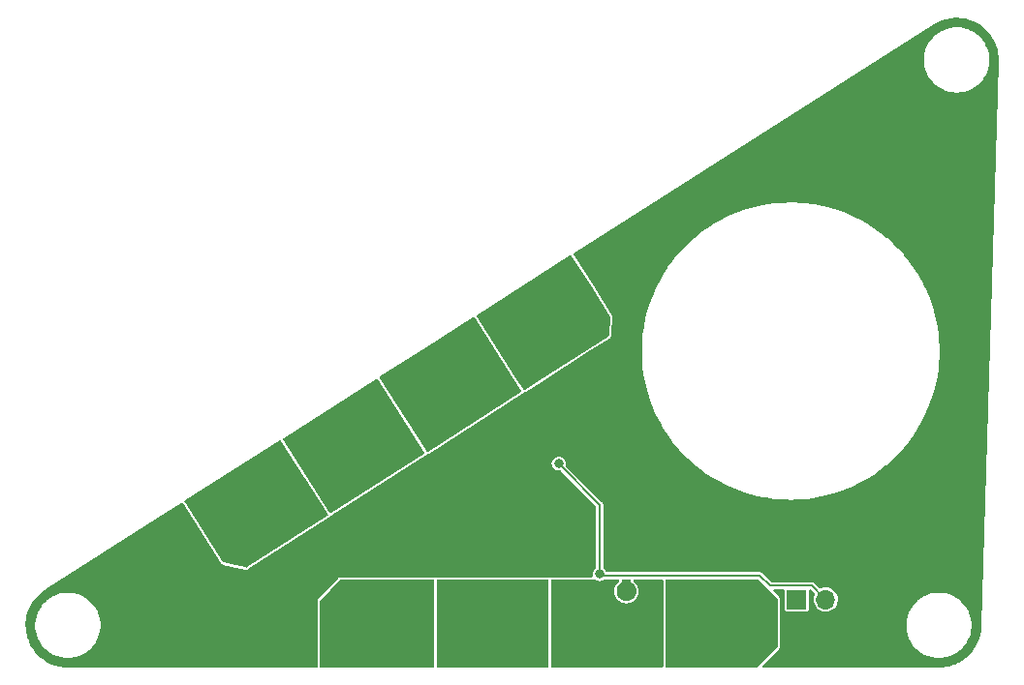
<source format=gtl>
G04 #@! TF.GenerationSoftware,KiCad,Pcbnew,(6.0.0)*
G04 #@! TF.CreationDate,2022-02-12T00:13:16-05:00*
G04 #@! TF.ProjectId,FalconLHS,46616c63-6f6e-44c4-9853-2e6b69636164,1A*
G04 #@! TF.SameCoordinates,Original*
G04 #@! TF.FileFunction,Copper,L1,Top*
G04 #@! TF.FilePolarity,Positive*
%FSLAX46Y46*%
G04 Gerber Fmt 4.6, Leading zero omitted, Abs format (unit mm)*
G04 Created by KiCad (PCBNEW (6.0.0)) date 2022-02-12 00:13:16*
%MOMM*%
%LPD*%
G01*
G04 APERTURE LIST*
G04 Aperture macros list*
%AMRotRect*
0 Rectangle, with rotation*
0 The origin of the aperture is its center*
0 $1 length*
0 $2 width*
0 $3 Rotation angle, in degrees counterclockwise*
0 Add horizontal line*
21,1,$1,$2,0,0,$3*%
G04 Aperture macros list end*
G04 #@! TA.AperFunction,SMDPad,CuDef*
%ADD10R,2.000000X3.400000*%
G04 #@! TD*
G04 #@! TA.AperFunction,SMDPad,CuDef*
%ADD11RotRect,2.000000X3.400000X212.492996*%
G04 #@! TD*
G04 #@! TA.AperFunction,ComponentPad*
%ADD12R,1.700000X1.700000*%
G04 #@! TD*
G04 #@! TA.AperFunction,ComponentPad*
%ADD13O,1.700000X1.700000*%
G04 #@! TD*
G04 #@! TA.AperFunction,ViaPad*
%ADD14C,1.700000*%
G04 #@! TD*
G04 #@! TA.AperFunction,ViaPad*
%ADD15C,0.800000*%
G04 #@! TD*
G04 #@! TA.AperFunction,Conductor*
%ADD16C,0.203200*%
G04 #@! TD*
G04 APERTURE END LIST*
D10*
X152280000Y-122000000D03*
X149980000Y-122000000D03*
D11*
X146668457Y-102408507D03*
X148608409Y-101172955D03*
X138236158Y-107783892D03*
X140176110Y-106548340D03*
D10*
X162280000Y-122000000D03*
X159980000Y-122000000D03*
X142280000Y-122000000D03*
X139980000Y-122000000D03*
D11*
X129787572Y-113131728D03*
X131727524Y-111896176D03*
D12*
X172690000Y-121750000D03*
D13*
X175230000Y-121750000D03*
X177770000Y-121750000D03*
D14*
X149400000Y-108370000D03*
X157810000Y-121020000D03*
D15*
X154600000Y-111375000D03*
X153890000Y-113140000D03*
X151950000Y-115030000D03*
X152660000Y-115830000D03*
X155375000Y-112125000D03*
X154600000Y-113820000D03*
X155470000Y-119520000D03*
X151884646Y-109863935D03*
X149829327Y-99390673D03*
X150984423Y-101165577D03*
X150404904Y-100275096D03*
X127544570Y-114849070D03*
X128410851Y-114295351D03*
X126727094Y-115371594D03*
X140305000Y-124335000D03*
X138245000Y-124335000D03*
X139285000Y-124335000D03*
X161855000Y-125060000D03*
X163825000Y-125060000D03*
X162865000Y-125060000D03*
D16*
X170350000Y-120550000D02*
X169470000Y-119670000D01*
X169470000Y-119670000D02*
X155620000Y-119670000D01*
X151884646Y-109863935D02*
X155470000Y-113449289D01*
X155620000Y-119670000D02*
X155470000Y-119520000D01*
X155470000Y-113449289D02*
X155470000Y-119520000D01*
X174030000Y-120550000D02*
X170350000Y-120550000D01*
X175230000Y-121750000D02*
X174030000Y-120550000D01*
G04 #@! TA.AperFunction,Conductor*
G36*
X127619205Y-107837163D02*
G01*
X127640058Y-107860739D01*
X131721461Y-114268989D01*
X131737021Y-114329185D01*
X131714227Y-114387030D01*
X131691027Y-114407642D01*
X124663480Y-118927388D01*
X124603353Y-118943215D01*
X124587493Y-118941037D01*
X123313775Y-118661441D01*
X122619019Y-118508934D01*
X122565383Y-118477490D01*
X122555860Y-118464908D01*
X119206531Y-113232309D01*
X119190835Y-113172149D01*
X119213498Y-113114252D01*
X119237216Y-113093225D01*
X127501165Y-107829929D01*
X127561360Y-107814369D01*
X127619205Y-107837163D01*
G37*
G04 #@! TD.AperFunction*
G04 #@! TA.AperFunction,Conductor*
G36*
X152991722Y-91677448D02*
G01*
X153012409Y-91700764D01*
X154672800Y-94290190D01*
X156360712Y-96922536D01*
X156376461Y-96982575D01*
X156281261Y-98648572D01*
X156258706Y-98706511D01*
X156234880Y-98727676D01*
X150261045Y-102533515D01*
X148914826Y-103391170D01*
X148854633Y-103406737D01*
X148796784Y-103383951D01*
X148775921Y-103360367D01*
X148041223Y-102206811D01*
X144715660Y-96985315D01*
X144700100Y-96925119D01*
X144722894Y-96867274D01*
X144746470Y-96846421D01*
X152873681Y-91670214D01*
X152933877Y-91654654D01*
X152991722Y-91677448D01*
G37*
G04 #@! TD.AperFunction*
G04 #@! TA.AperFunction,Conductor*
G36*
X136059195Y-102461747D02*
G01*
X136080048Y-102485323D01*
X140151069Y-108877270D01*
X140166629Y-108937466D01*
X140143835Y-108995311D01*
X140120259Y-109016164D01*
X132021361Y-114174340D01*
X131961167Y-114189899D01*
X131903322Y-114167105D01*
X131882469Y-114143529D01*
X127811449Y-107751581D01*
X127795889Y-107691385D01*
X127818683Y-107633540D01*
X127842259Y-107612687D01*
X135929796Y-102461747D01*
X135941155Y-102454513D01*
X136001350Y-102438953D01*
X136059195Y-102461747D01*
G37*
G04 #@! TD.AperFunction*
G04 #@! TA.AperFunction,Conductor*
G36*
X169346660Y-120019213D02*
G01*
X169357594Y-120028411D01*
X169431971Y-120100600D01*
X170997787Y-121620363D01*
X171026838Y-121675334D01*
X171028322Y-121692552D01*
X171028322Y-125858330D01*
X171009109Y-125917461D01*
X170998857Y-125929465D01*
X169257788Y-127670534D01*
X169202390Y-127698760D01*
X169186653Y-127699999D01*
X161332122Y-127699999D01*
X161272991Y-127680786D01*
X161236446Y-127630486D01*
X161231522Y-127599399D01*
X161231522Y-120100600D01*
X161250735Y-120041469D01*
X161301035Y-120004924D01*
X161332122Y-120000000D01*
X169287529Y-120000000D01*
X169346660Y-120019213D01*
G37*
G04 #@! TD.AperFunction*
G04 #@! TA.AperFunction,Conductor*
G36*
X150986853Y-120019213D02*
G01*
X151023398Y-120069513D01*
X151028322Y-120100600D01*
X151028322Y-127599400D01*
X151009109Y-127658531D01*
X150958809Y-127695076D01*
X150927723Y-127700000D01*
X141332122Y-127700000D01*
X141272991Y-127680787D01*
X141236446Y-127630487D01*
X141231522Y-127599400D01*
X141231522Y-120100600D01*
X141250735Y-120041469D01*
X141301035Y-120004924D01*
X141332122Y-120000000D01*
X150927722Y-120000000D01*
X150986853Y-120019213D01*
G37*
G04 #@! TD.AperFunction*
G04 #@! TA.AperFunction,Conductor*
G36*
X144523417Y-97070897D02*
G01*
X144544270Y-97094473D01*
X147869833Y-102315969D01*
X148608236Y-103475343D01*
X148623796Y-103535539D01*
X148601002Y-103593384D01*
X148577426Y-103614237D01*
X140454297Y-108787845D01*
X140394102Y-108803405D01*
X140336257Y-108780611D01*
X140315404Y-108757035D01*
X140218303Y-108604575D01*
X136251438Y-102376165D01*
X136235878Y-102315969D01*
X136258672Y-102258124D01*
X136282248Y-102237271D01*
X140286553Y-99686935D01*
X144405377Y-97063663D01*
X144465572Y-97048103D01*
X144523417Y-97070897D01*
G37*
G04 #@! TD.AperFunction*
G04 #@! TA.AperFunction,Conductor*
G36*
X140986853Y-120019213D02*
G01*
X141023398Y-120069513D01*
X141028322Y-120100600D01*
X141028322Y-127599400D01*
X141009109Y-127658531D01*
X140958809Y-127695076D01*
X140927725Y-127700000D01*
X131128921Y-127700000D01*
X131069791Y-127680787D01*
X131033246Y-127630487D01*
X131028322Y-127599400D01*
X131028322Y-121890043D01*
X131047535Y-121830912D01*
X131055839Y-121820911D01*
X132748555Y-120031468D01*
X132803148Y-120001714D01*
X132821638Y-120000000D01*
X140927722Y-120000000D01*
X140986853Y-120019213D01*
G37*
G04 #@! TD.AperFunction*
G04 #@! TA.AperFunction,Conductor*
G36*
X186760135Y-70836859D02*
G01*
X187078377Y-70860362D01*
X187113894Y-70862985D01*
X187123732Y-70864202D01*
X187473178Y-70925017D01*
X187482850Y-70927196D01*
X187824618Y-71022113D01*
X187834026Y-71025232D01*
X188164800Y-71153332D01*
X188173857Y-71157364D01*
X188490407Y-71317394D01*
X188499018Y-71322293D01*
X188673677Y-71433424D01*
X188798292Y-71512713D01*
X188806381Y-71518439D01*
X189085457Y-71737390D01*
X189092937Y-71743879D01*
X189349103Y-71989234D01*
X189355913Y-71996432D01*
X189480922Y-72142352D01*
X189586681Y-72265803D01*
X189592753Y-72273641D01*
X189795889Y-72564424D01*
X189801159Y-72572821D01*
X189974686Y-72882183D01*
X189979104Y-72891058D01*
X190121338Y-73215997D01*
X190124861Y-73225264D01*
X190234420Y-73562625D01*
X190237014Y-73572194D01*
X190312836Y-73918706D01*
X190314475Y-73928482D01*
X190355822Y-74280778D01*
X190356489Y-74290648D01*
X190358183Y-74383470D01*
X190362470Y-74618434D01*
X190360367Y-74640811D01*
X190360221Y-74641509D01*
X190360221Y-74641512D01*
X190358425Y-74650123D01*
X190359683Y-74658832D01*
X190359683Y-74658834D01*
X190360976Y-74667788D01*
X190361962Y-74685292D01*
X189674616Y-96812852D01*
X188827625Y-124079849D01*
X188825555Y-124097260D01*
X188821912Y-124114733D01*
X188823297Y-124124321D01*
X188824016Y-124146656D01*
X188810187Y-124320973D01*
X188798771Y-124464866D01*
X188797543Y-124474460D01*
X188739102Y-124804215D01*
X188737122Y-124815385D01*
X188734978Y-124824816D01*
X188712210Y-124906563D01*
X188642077Y-125158367D01*
X188639035Y-125167554D01*
X188514518Y-125490624D01*
X188510608Y-125499476D01*
X188355616Y-125809107D01*
X188350888Y-125817516D01*
X188190930Y-126072461D01*
X188166860Y-126110824D01*
X188161328Y-126118764D01*
X187949980Y-126393017D01*
X187943711Y-126400389D01*
X187706994Y-126653061D01*
X187700046Y-126659797D01*
X187440137Y-126888564D01*
X187432573Y-126894601D01*
X187353384Y-126951797D01*
X187151895Y-127097327D01*
X187143799Y-127102602D01*
X186991581Y-127191644D01*
X186844923Y-127277433D01*
X186836344Y-127281912D01*
X186522060Y-127427212D01*
X186513091Y-127430845D01*
X186349706Y-127488057D01*
X186186313Y-127545271D01*
X186177051Y-127548023D01*
X185967635Y-127599400D01*
X185840767Y-127630525D01*
X185831268Y-127632376D01*
X185659950Y-127657279D01*
X185488630Y-127682182D01*
X185479004Y-127683112D01*
X185364953Y-127688604D01*
X185160168Y-127698465D01*
X185137863Y-127697053D01*
X185136989Y-127696899D01*
X185136988Y-127696899D01*
X185128321Y-127695371D01*
X185119655Y-127696899D01*
X185110740Y-127698471D01*
X185093271Y-127699999D01*
X169758561Y-127699999D01*
X169699430Y-127680786D01*
X169662885Y-127630486D01*
X169662885Y-127568312D01*
X169687426Y-127528264D01*
X171142541Y-126073149D01*
X171143177Y-126072461D01*
X171152735Y-126062122D01*
X171152752Y-126062103D01*
X171153374Y-126061430D01*
X171163626Y-126049426D01*
X171174742Y-126029578D01*
X171189818Y-126002656D01*
X171202364Y-125980254D01*
X171221577Y-125921123D01*
X171231522Y-125858330D01*
X171231522Y-123855531D01*
X182273142Y-123855531D01*
X182275763Y-124189246D01*
X182276129Y-124192163D01*
X182310338Y-124464866D01*
X182317301Y-124520376D01*
X182397188Y-124844399D01*
X182514334Y-125156888D01*
X182515681Y-125159503D01*
X182515683Y-125159508D01*
X182627461Y-125376538D01*
X182667138Y-125453575D01*
X182853514Y-125730409D01*
X183070914Y-125983607D01*
X183073084Y-125985606D01*
X183073086Y-125985608D01*
X183154607Y-126060702D01*
X183316371Y-126209712D01*
X183586532Y-126405635D01*
X183589101Y-126407074D01*
X183589103Y-126407075D01*
X183875134Y-126567261D01*
X183875139Y-126567264D01*
X183877706Y-126568701D01*
X184185916Y-126696681D01*
X184275435Y-126722097D01*
X184504123Y-126787025D01*
X184504131Y-126787027D01*
X184506953Y-126787828D01*
X184509849Y-126788294D01*
X184509856Y-126788296D01*
X184833731Y-126840462D01*
X184836432Y-126840897D01*
X184839157Y-126841035D01*
X184839166Y-126841036D01*
X185024713Y-126850435D01*
X185024723Y-126850435D01*
X185026001Y-126850500D01*
X185210676Y-126850500D01*
X185212142Y-126850414D01*
X185212148Y-126850414D01*
X185304230Y-126845024D01*
X185458155Y-126836014D01*
X185622457Y-126806895D01*
X185783856Y-126778291D01*
X185783861Y-126778290D01*
X185786760Y-126777776D01*
X185789572Y-126776930D01*
X185789579Y-126776928D01*
X186103521Y-126682442D01*
X186103522Y-126682441D01*
X186106325Y-126681598D01*
X186109012Y-126680433D01*
X186109016Y-126680431D01*
X186289952Y-126601945D01*
X186412488Y-126548792D01*
X186661925Y-126403907D01*
X186698525Y-126382648D01*
X186698528Y-126382646D01*
X186701064Y-126381173D01*
X186703408Y-126379417D01*
X186703413Y-126379413D01*
X186965751Y-126182802D01*
X186968114Y-126181031D01*
X187131965Y-126025271D01*
X187207861Y-125953122D01*
X187207862Y-125953121D01*
X187209989Y-125951099D01*
X187211860Y-125948850D01*
X187211866Y-125948843D01*
X187421507Y-125696777D01*
X187421512Y-125696770D01*
X187423386Y-125694517D01*
X187424987Y-125692057D01*
X187424991Y-125692051D01*
X187550289Y-125499476D01*
X187605390Y-125414790D01*
X187753515Y-125115739D01*
X187780612Y-125039853D01*
X187864750Y-124804215D01*
X187865738Y-124801448D01*
X187940526Y-124476211D01*
X187941769Y-124464866D01*
X187976538Y-124147392D01*
X187976538Y-124147390D01*
X187976858Y-124144469D01*
X187976625Y-124114733D01*
X187974260Y-123813695D01*
X187974237Y-123810754D01*
X187932699Y-123479624D01*
X187852812Y-123155601D01*
X187735666Y-122843112D01*
X187717574Y-122807983D01*
X187584208Y-122549038D01*
X187584206Y-122549035D01*
X187582862Y-122546425D01*
X187396486Y-122269591D01*
X187179086Y-122016393D01*
X187092056Y-121936224D01*
X186935796Y-121792284D01*
X186935795Y-121792283D01*
X186933629Y-121790288D01*
X186663468Y-121594365D01*
X186582899Y-121549244D01*
X186374866Y-121432739D01*
X186374861Y-121432736D01*
X186372294Y-121431299D01*
X186064084Y-121303319D01*
X185974565Y-121277903D01*
X185745877Y-121212975D01*
X185745869Y-121212973D01*
X185743047Y-121212172D01*
X185740151Y-121211706D01*
X185740144Y-121211704D01*
X185416269Y-121159538D01*
X185416268Y-121159538D01*
X185413568Y-121159103D01*
X185410843Y-121158965D01*
X185410834Y-121158964D01*
X185225287Y-121149565D01*
X185225277Y-121149565D01*
X185223999Y-121149500D01*
X185039324Y-121149500D01*
X185037858Y-121149586D01*
X185037852Y-121149586D01*
X184945770Y-121154976D01*
X184791845Y-121163986D01*
X184680294Y-121183756D01*
X184466144Y-121221709D01*
X184466139Y-121221710D01*
X184463240Y-121222224D01*
X184460428Y-121223070D01*
X184460421Y-121223072D01*
X184196465Y-121302514D01*
X184143675Y-121318402D01*
X184140988Y-121319567D01*
X184140984Y-121319569D01*
X184067977Y-121351238D01*
X183837512Y-121451208D01*
X183834964Y-121452688D01*
X183571121Y-121605941D01*
X183548936Y-121618827D01*
X183546592Y-121620583D01*
X183546587Y-121620587D01*
X183330756Y-121782343D01*
X183281886Y-121818969D01*
X183279746Y-121821003D01*
X183279744Y-121821005D01*
X183071851Y-122018633D01*
X183040011Y-122048901D01*
X183038140Y-122051150D01*
X183038134Y-122051157D01*
X182828493Y-122303223D01*
X182828488Y-122303230D01*
X182826614Y-122305483D01*
X182825013Y-122307943D01*
X182825009Y-122307949D01*
X182790931Y-122360325D01*
X182644610Y-122585210D01*
X182643308Y-122587840D01*
X182643305Y-122587844D01*
X182570455Y-122734923D01*
X182496485Y-122884261D01*
X182384262Y-123198552D01*
X182309474Y-123523789D01*
X182309154Y-123526714D01*
X182309153Y-123526718D01*
X182302819Y-123584556D01*
X182273142Y-123855531D01*
X171231522Y-123855531D01*
X171231522Y-121692552D01*
X171230771Y-121675103D01*
X171229287Y-121657885D01*
X171206493Y-121580390D01*
X171177442Y-121525419D01*
X171175070Y-121522254D01*
X171175067Y-121522250D01*
X171141685Y-121477718D01*
X171141683Y-121477716D01*
X171139310Y-121474550D01*
X170679320Y-121028089D01*
X170650269Y-120973118D01*
X170659078Y-120911571D01*
X170702381Y-120866956D01*
X170749385Y-120855300D01*
X171535700Y-120855300D01*
X171594831Y-120874513D01*
X171631376Y-120924813D01*
X171636300Y-120955900D01*
X171636300Y-122620064D01*
X171648119Y-122679480D01*
X171693140Y-122746860D01*
X171760520Y-122791881D01*
X171819936Y-122803700D01*
X173560064Y-122803700D01*
X173619480Y-122791881D01*
X173686860Y-122746860D01*
X173731881Y-122679480D01*
X173743700Y-122620064D01*
X173743700Y-120955900D01*
X173762913Y-120896769D01*
X173813213Y-120860224D01*
X173844300Y-120855300D01*
X173861871Y-120855300D01*
X173921002Y-120874513D01*
X173933006Y-120884765D01*
X174247510Y-121199269D01*
X174275736Y-121254667D01*
X174264533Y-121318866D01*
X174256821Y-121332895D01*
X174194339Y-121529864D01*
X174193790Y-121534755D01*
X174193790Y-121534757D01*
X174174663Y-121705284D01*
X174171305Y-121735217D01*
X174188596Y-121941133D01*
X174245555Y-122139770D01*
X174340010Y-122323560D01*
X174468364Y-122485503D01*
X174625730Y-122619431D01*
X174806111Y-122720243D01*
X174810792Y-122721764D01*
X174997959Y-122782579D01*
X174997965Y-122782580D01*
X175002639Y-122784099D01*
X175007521Y-122784681D01*
X175007525Y-122784682D01*
X175202936Y-122807983D01*
X175202937Y-122807983D01*
X175207826Y-122808566D01*
X175413858Y-122792712D01*
X175418599Y-122791388D01*
X175418601Y-122791388D01*
X175608145Y-122738467D01*
X175612887Y-122737143D01*
X175797332Y-122643973D01*
X175960168Y-122516752D01*
X176095191Y-122360325D01*
X176197260Y-122180652D01*
X176241761Y-122046878D01*
X176260932Y-121989247D01*
X176260932Y-121989245D01*
X176262486Y-121984575D01*
X176276400Y-121874436D01*
X176288034Y-121782343D01*
X176288034Y-121782340D01*
X176288385Y-121779563D01*
X176288798Y-121750000D01*
X176287378Y-121735511D01*
X176276109Y-121620587D01*
X176268633Y-121544345D01*
X176267211Y-121539635D01*
X176267210Y-121539630D01*
X176210331Y-121351238D01*
X176210329Y-121351234D01*
X176208907Y-121346523D01*
X176111895Y-121164070D01*
X175981292Y-121003935D01*
X175851750Y-120896769D01*
X175825857Y-120875348D01*
X175825856Y-120875347D01*
X175822072Y-120872217D01*
X175640301Y-120773933D01*
X175635601Y-120772478D01*
X175635596Y-120772476D01*
X175447602Y-120714283D01*
X175447600Y-120714283D01*
X175442901Y-120712828D01*
X175237392Y-120691228D01*
X175232491Y-120691674D01*
X175232488Y-120691674D01*
X175036499Y-120709510D01*
X175036496Y-120709510D01*
X175031601Y-120709956D01*
X175026887Y-120711343D01*
X175026884Y-120711344D01*
X174872734Y-120756714D01*
X174833367Y-120768300D01*
X174829002Y-120770582D01*
X174798180Y-120786695D01*
X174736876Y-120797064D01*
X174680438Y-120768678D01*
X174284315Y-120372555D01*
X174281573Y-120369379D01*
X174279345Y-120364820D01*
X174242531Y-120330670D01*
X174239813Y-120328053D01*
X174225803Y-120314043D01*
X174222028Y-120311453D01*
X174218033Y-120307945D01*
X174202774Y-120293790D01*
X174195963Y-120287472D01*
X174187339Y-120284031D01*
X174187337Y-120284030D01*
X174185941Y-120283474D01*
X174185105Y-120283140D01*
X174165477Y-120272660D01*
X174155832Y-120266044D01*
X174146794Y-120263899D01*
X174129510Y-120259797D01*
X174115465Y-120255355D01*
X174096925Y-120247959D01*
X174096923Y-120247959D01*
X174090327Y-120245327D01*
X174083932Y-120244700D01*
X174077666Y-120244700D01*
X174054437Y-120241981D01*
X174054212Y-120241927D01*
X174054205Y-120241927D01*
X174045172Y-120239783D01*
X174015796Y-120243781D01*
X174002230Y-120244700D01*
X170518129Y-120244700D01*
X170458998Y-120225487D01*
X170446994Y-120215235D01*
X170087484Y-119855724D01*
X169724315Y-119492555D01*
X169721573Y-119489379D01*
X169719345Y-119484820D01*
X169682531Y-119450670D01*
X169679813Y-119448053D01*
X169665803Y-119434043D01*
X169662028Y-119431453D01*
X169658033Y-119427945D01*
X169642774Y-119413790D01*
X169635963Y-119407472D01*
X169627339Y-119404031D01*
X169627337Y-119404030D01*
X169625941Y-119403474D01*
X169625105Y-119403140D01*
X169605477Y-119392660D01*
X169595832Y-119386044D01*
X169586794Y-119383899D01*
X169569510Y-119379797D01*
X169555465Y-119375355D01*
X169536925Y-119367959D01*
X169536923Y-119367959D01*
X169530327Y-119365327D01*
X169523932Y-119364700D01*
X169517666Y-119364700D01*
X169494437Y-119361981D01*
X169494212Y-119361927D01*
X169494205Y-119361927D01*
X169485172Y-119359783D01*
X169455796Y-119363781D01*
X169442230Y-119364700D01*
X156126331Y-119364700D01*
X156067200Y-119345487D01*
X156033389Y-119302598D01*
X155999854Y-119221636D01*
X155999852Y-119221633D01*
X155997331Y-119215546D01*
X155900564Y-119089436D01*
X155895333Y-119085422D01*
X155895330Y-119085419D01*
X155814659Y-119023518D01*
X155779443Y-118972279D01*
X155775300Y-118943707D01*
X155775300Y-113503646D01*
X155775607Y-113499458D01*
X155777255Y-113494660D01*
X155775371Y-113444467D01*
X155775300Y-113440695D01*
X155775300Y-113420896D01*
X155774462Y-113416398D01*
X155774119Y-113411105D01*
X155773337Y-113390288D01*
X155772989Y-113381007D01*
X155769324Y-113372476D01*
X155769323Y-113372472D01*
X155768374Y-113370264D01*
X155761905Y-113348972D01*
X155761465Y-113346607D01*
X155761464Y-113346604D01*
X155759764Y-113337478D01*
X155754893Y-113329576D01*
X155754892Y-113329573D01*
X155745564Y-113314440D01*
X155738773Y-113301367D01*
X155728094Y-113276510D01*
X155724015Y-113271545D01*
X155719583Y-113267113D01*
X155705085Y-113248772D01*
X155700085Y-113240661D01*
X155676486Y-113222716D01*
X155666243Y-113213773D01*
X152508026Y-110055555D01*
X152479800Y-110000157D01*
X152479422Y-109971289D01*
X152492694Y-109870475D01*
X152493555Y-109863935D01*
X152472807Y-109706338D01*
X152411977Y-109559481D01*
X152315210Y-109433371D01*
X152189101Y-109336604D01*
X152042243Y-109275774D01*
X152035707Y-109274914D01*
X152035705Y-109274913D01*
X151891186Y-109255887D01*
X151884646Y-109255026D01*
X151878106Y-109255887D01*
X151733587Y-109274913D01*
X151733585Y-109274914D01*
X151727049Y-109275774D01*
X151642758Y-109310688D01*
X151586282Y-109334081D01*
X151586279Y-109334083D01*
X151580192Y-109336604D01*
X151454082Y-109433371D01*
X151357315Y-109559481D01*
X151296485Y-109706338D01*
X151275737Y-109863935D01*
X151296485Y-110021532D01*
X151357315Y-110168389D01*
X151454082Y-110294499D01*
X151580191Y-110391266D01*
X151727049Y-110452096D01*
X151733585Y-110452956D01*
X151733587Y-110452957D01*
X151878106Y-110471983D01*
X151884646Y-110472844D01*
X151891186Y-110471983D01*
X151891187Y-110471983D01*
X151992002Y-110458711D01*
X152053135Y-110470041D01*
X152076267Y-110487315D01*
X155135235Y-113546283D01*
X155163461Y-113601681D01*
X155164700Y-113617418D01*
X155164700Y-118943708D01*
X155145487Y-119002839D01*
X155125342Y-119023518D01*
X155039436Y-119089436D01*
X154942669Y-119215546D01*
X154881839Y-119362403D01*
X154880979Y-119368939D01*
X154880978Y-119368941D01*
X154865010Y-119490229D01*
X154861091Y-119520000D01*
X154861952Y-119526540D01*
X154881839Y-119677597D01*
X154880339Y-119677794D01*
X154877483Y-119732255D01*
X154838354Y-119780572D01*
X154783566Y-119796800D01*
X151332122Y-119796800D01*
X151300333Y-119799302D01*
X151298375Y-119799612D01*
X151298376Y-119799612D01*
X151275108Y-119803297D01*
X151275104Y-119803298D01*
X151269246Y-119804226D01*
X151263764Y-119806497D01*
X151263763Y-119806497D01*
X151217310Y-119825739D01*
X151181597Y-119840532D01*
X151177315Y-119843643D01*
X151116573Y-119855724D01*
X151076802Y-119842182D01*
X151054500Y-119828858D01*
X151054499Y-119828857D01*
X151049646Y-119825958D01*
X151044275Y-119824213D01*
X151044271Y-119824211D01*
X150994271Y-119807965D01*
X150994266Y-119807964D01*
X150990515Y-119806745D01*
X150974610Y-119804226D01*
X150931620Y-119797417D01*
X150931616Y-119797417D01*
X150927722Y-119796800D01*
X141332122Y-119796800D01*
X141300333Y-119799302D01*
X141298375Y-119799612D01*
X141298376Y-119799612D01*
X141275108Y-119803297D01*
X141275104Y-119803298D01*
X141269246Y-119804226D01*
X141263764Y-119806497D01*
X141263763Y-119806497D01*
X141217310Y-119825739D01*
X141181597Y-119840532D01*
X141177315Y-119843643D01*
X141116573Y-119855724D01*
X141076802Y-119842182D01*
X141054500Y-119828858D01*
X141054499Y-119828857D01*
X141049646Y-119825958D01*
X141044275Y-119824213D01*
X141044271Y-119824211D01*
X140994271Y-119807965D01*
X140994266Y-119807964D01*
X140990515Y-119806745D01*
X140974610Y-119804226D01*
X140931620Y-119797417D01*
X140931616Y-119797417D01*
X140927722Y-119796800D01*
X132821638Y-119796800D01*
X132812534Y-119797221D01*
X132804040Y-119797613D01*
X132804020Y-119797614D01*
X132802882Y-119797667D01*
X132784392Y-119799381D01*
X132705906Y-119823293D01*
X132651313Y-119853047D01*
X132600937Y-119891829D01*
X132598224Y-119894697D01*
X131981126Y-120547058D01*
X130908221Y-121681272D01*
X130899505Y-121691104D01*
X130899005Y-121691707D01*
X130898988Y-121691726D01*
X130894247Y-121697436D01*
X130891201Y-121701105D01*
X130876550Y-121727698D01*
X130856579Y-121763945D01*
X130856577Y-121763950D01*
X130854280Y-121768119D01*
X130852808Y-121772651D01*
X130852807Y-121772652D01*
X130837758Y-121818969D01*
X130835067Y-121827250D01*
X130834450Y-121831146D01*
X130827714Y-121873679D01*
X130825122Y-121890043D01*
X130825122Y-127599400D01*
X130805909Y-127658531D01*
X130755609Y-127695076D01*
X130724522Y-127700000D01*
X109035050Y-127700000D01*
X109017581Y-127698472D01*
X109017576Y-127698471D01*
X109016402Y-127698264D01*
X109008667Y-127696900D01*
X109008666Y-127696900D01*
X109000000Y-127695372D01*
X108990664Y-127697018D01*
X108990660Y-127697019D01*
X108968211Y-127698425D01*
X108639201Y-127682122D01*
X108629293Y-127681137D01*
X108413319Y-127648821D01*
X108276971Y-127628419D01*
X108267212Y-127626461D01*
X108204705Y-127610664D01*
X107921819Y-127539170D01*
X107912314Y-127536261D01*
X107577222Y-127415246D01*
X107568038Y-127411405D01*
X107246586Y-127257873D01*
X107237824Y-127253143D01*
X106989291Y-127102606D01*
X106933096Y-127068568D01*
X106924859Y-127063004D01*
X106639871Y-126849209D01*
X106632224Y-126842857D01*
X106369773Y-126601942D01*
X106362783Y-126594856D01*
X106125443Y-126329187D01*
X106119185Y-126321443D01*
X105909259Y-126033597D01*
X105903797Y-126025271D01*
X105723369Y-125718106D01*
X105718757Y-125709282D01*
X105569574Y-125385776D01*
X105565856Y-125376538D01*
X105449379Y-125039853D01*
X105446594Y-125030294D01*
X105397607Y-124824822D01*
X105363975Y-124683756D01*
X105362150Y-124673978D01*
X105314193Y-124320973D01*
X105313342Y-124311053D01*
X105300516Y-123955024D01*
X105300651Y-123945067D01*
X105306301Y-123855531D01*
X106148142Y-123855531D01*
X106150763Y-124189246D01*
X106151129Y-124192163D01*
X106185338Y-124464866D01*
X106192301Y-124520376D01*
X106272188Y-124844399D01*
X106389334Y-125156888D01*
X106390681Y-125159503D01*
X106390683Y-125159508D01*
X106502461Y-125376538D01*
X106542138Y-125453575D01*
X106728514Y-125730409D01*
X106945914Y-125983607D01*
X106948084Y-125985606D01*
X106948086Y-125985608D01*
X107029607Y-126060702D01*
X107191371Y-126209712D01*
X107461532Y-126405635D01*
X107464101Y-126407074D01*
X107464103Y-126407075D01*
X107750134Y-126567261D01*
X107750139Y-126567264D01*
X107752706Y-126568701D01*
X108060916Y-126696681D01*
X108150435Y-126722097D01*
X108379123Y-126787025D01*
X108379131Y-126787027D01*
X108381953Y-126787828D01*
X108384849Y-126788294D01*
X108384856Y-126788296D01*
X108708731Y-126840462D01*
X108711432Y-126840897D01*
X108714157Y-126841035D01*
X108714166Y-126841036D01*
X108899713Y-126850435D01*
X108899723Y-126850435D01*
X108901001Y-126850500D01*
X109085676Y-126850500D01*
X109087142Y-126850414D01*
X109087148Y-126850414D01*
X109179230Y-126845024D01*
X109333155Y-126836014D01*
X109497457Y-126806895D01*
X109658856Y-126778291D01*
X109658861Y-126778290D01*
X109661760Y-126777776D01*
X109664572Y-126776930D01*
X109664579Y-126776928D01*
X109978521Y-126682442D01*
X109978522Y-126682441D01*
X109981325Y-126681598D01*
X109984012Y-126680433D01*
X109984016Y-126680431D01*
X110164952Y-126601945D01*
X110287488Y-126548792D01*
X110536925Y-126403907D01*
X110573525Y-126382648D01*
X110573528Y-126382646D01*
X110576064Y-126381173D01*
X110578408Y-126379417D01*
X110578413Y-126379413D01*
X110840751Y-126182802D01*
X110843114Y-126181031D01*
X111006965Y-126025271D01*
X111082861Y-125953122D01*
X111082862Y-125953121D01*
X111084989Y-125951099D01*
X111086860Y-125948850D01*
X111086866Y-125948843D01*
X111296507Y-125696777D01*
X111296512Y-125696770D01*
X111298386Y-125694517D01*
X111299987Y-125692057D01*
X111299991Y-125692051D01*
X111425289Y-125499476D01*
X111480390Y-125414790D01*
X111628515Y-125115739D01*
X111655612Y-125039853D01*
X111739750Y-124804215D01*
X111740738Y-124801448D01*
X111815526Y-124476211D01*
X111816769Y-124464866D01*
X111851538Y-124147392D01*
X111851538Y-124147390D01*
X111851858Y-124144469D01*
X111851625Y-124114733D01*
X111849260Y-123813695D01*
X111849237Y-123810754D01*
X111807699Y-123479624D01*
X111727812Y-123155601D01*
X111610666Y-122843112D01*
X111592574Y-122807983D01*
X111459208Y-122549038D01*
X111459206Y-122549035D01*
X111457862Y-122546425D01*
X111271486Y-122269591D01*
X111054086Y-122016393D01*
X110967056Y-121936224D01*
X110810796Y-121792284D01*
X110810795Y-121792283D01*
X110808629Y-121790288D01*
X110538468Y-121594365D01*
X110457899Y-121549244D01*
X110249866Y-121432739D01*
X110249861Y-121432736D01*
X110247294Y-121431299D01*
X109939084Y-121303319D01*
X109849565Y-121277903D01*
X109620877Y-121212975D01*
X109620869Y-121212973D01*
X109618047Y-121212172D01*
X109615151Y-121211706D01*
X109615144Y-121211704D01*
X109291269Y-121159538D01*
X109291268Y-121159538D01*
X109288568Y-121159103D01*
X109285843Y-121158965D01*
X109285834Y-121158964D01*
X109100287Y-121149565D01*
X109100277Y-121149565D01*
X109098999Y-121149500D01*
X108914324Y-121149500D01*
X108912858Y-121149586D01*
X108912852Y-121149586D01*
X108820770Y-121154976D01*
X108666845Y-121163986D01*
X108555294Y-121183756D01*
X108341144Y-121221709D01*
X108341139Y-121221710D01*
X108338240Y-121222224D01*
X108335428Y-121223070D01*
X108335421Y-121223072D01*
X108071465Y-121302514D01*
X108018675Y-121318402D01*
X108015988Y-121319567D01*
X108015984Y-121319569D01*
X107942977Y-121351238D01*
X107712512Y-121451208D01*
X107709964Y-121452688D01*
X107446121Y-121605941D01*
X107423936Y-121618827D01*
X107421592Y-121620583D01*
X107421587Y-121620587D01*
X107205756Y-121782343D01*
X107156886Y-121818969D01*
X107154746Y-121821003D01*
X107154744Y-121821005D01*
X106946851Y-122018633D01*
X106915011Y-122048901D01*
X106913140Y-122051150D01*
X106913134Y-122051157D01*
X106703493Y-122303223D01*
X106703488Y-122303230D01*
X106701614Y-122305483D01*
X106700013Y-122307943D01*
X106700009Y-122307949D01*
X106665931Y-122360325D01*
X106519610Y-122585210D01*
X106518308Y-122587840D01*
X106518305Y-122587844D01*
X106445455Y-122734923D01*
X106371485Y-122884261D01*
X106259262Y-123198552D01*
X106184474Y-123523789D01*
X106184154Y-123526714D01*
X106184153Y-123526718D01*
X106177819Y-123584556D01*
X106148142Y-123855531D01*
X105306301Y-123855531D01*
X105309310Y-123807837D01*
X105323083Y-123589529D01*
X105324201Y-123579637D01*
X105381671Y-123228059D01*
X105383761Y-123218324D01*
X105475709Y-122874137D01*
X105478752Y-122864656D01*
X105604271Y-122531251D01*
X105608232Y-122522126D01*
X105766102Y-122202750D01*
X105770947Y-122194060D01*
X105959612Y-121891863D01*
X105965297Y-121883689D01*
X106182906Y-121601630D01*
X106189371Y-121594056D01*
X106433805Y-121334884D01*
X106440977Y-121327996D01*
X106709847Y-121094247D01*
X106717657Y-121088109D01*
X106986407Y-120897614D01*
X107006095Y-120886741D01*
X107014859Y-120883112D01*
X107021345Y-120877170D01*
X107021347Y-120877169D01*
X107028025Y-120871051D01*
X107041937Y-120860379D01*
X116903441Y-114579602D01*
X118896185Y-113310427D01*
X118956380Y-113294867D01*
X119014225Y-113317661D01*
X119034493Y-113342429D01*
X119035388Y-113341856D01*
X122384717Y-118574455D01*
X122393836Y-118587540D01*
X122403359Y-118600122D01*
X122462615Y-118652787D01*
X122516251Y-118684231D01*
X122539593Y-118693369D01*
X122571765Y-118705965D01*
X122571770Y-118705967D01*
X122575452Y-118707408D01*
X122579320Y-118708257D01*
X122579323Y-118708258D01*
X123270208Y-118859915D01*
X124542909Y-119139288D01*
X124542921Y-119139290D01*
X124543926Y-119139511D01*
X124544924Y-119139689D01*
X124544940Y-119139692D01*
X124558864Y-119142173D01*
X124558880Y-119142176D01*
X124559848Y-119142348D01*
X124564317Y-119142962D01*
X124570805Y-119143853D01*
X124570808Y-119143853D01*
X124575708Y-119144526D01*
X124580649Y-119144227D01*
X124580651Y-119144227D01*
X124605905Y-119142698D01*
X124655079Y-119139721D01*
X124659870Y-119138460D01*
X124711381Y-119124901D01*
X124711383Y-119124900D01*
X124715206Y-119123894D01*
X124773397Y-119098293D01*
X131800944Y-114578547D01*
X131825988Y-114559549D01*
X131849188Y-114538937D01*
X131903279Y-114461526D01*
X131907544Y-114450701D01*
X131947098Y-114402732D01*
X131998265Y-114387026D01*
X132002457Y-114386906D01*
X132012019Y-114386633D01*
X132034859Y-114380729D01*
X132068384Y-114372064D01*
X132068387Y-114372063D01*
X132072213Y-114371074D01*
X132075837Y-114369499D01*
X132075842Y-114369497D01*
X132102718Y-114357814D01*
X132130519Y-114345730D01*
X133457852Y-113500354D01*
X139835246Y-109438601D01*
X140229417Y-109187554D01*
X140254884Y-109168369D01*
X140278460Y-109147516D01*
X140332887Y-109069807D01*
X140335063Y-109064285D01*
X140337871Y-109059061D01*
X140338932Y-109059631D01*
X140374593Y-109016390D01*
X140425752Y-109000688D01*
X140433984Y-109000452D01*
X140444956Y-109000139D01*
X140505151Y-108984579D01*
X140508782Y-108983001D01*
X140508784Y-108983000D01*
X140559830Y-108960811D01*
X140559833Y-108960810D01*
X140563455Y-108959235D01*
X148686584Y-103785627D01*
X148712051Y-103766442D01*
X148735627Y-103745589D01*
X148790054Y-103667880D01*
X148792230Y-103662358D01*
X148795038Y-103657134D01*
X148797927Y-103658687D01*
X148828534Y-103620581D01*
X148880776Y-103604174D01*
X148896111Y-103603735D01*
X148899862Y-103603627D01*
X148905510Y-103603465D01*
X148965703Y-103587898D01*
X149024007Y-103562546D01*
X150370226Y-102704891D01*
X154668686Y-99966408D01*
X159161997Y-99966408D01*
X159178573Y-100669762D01*
X159189155Y-100805736D01*
X159221537Y-101221832D01*
X159233160Y-101371190D01*
X159325601Y-102068640D01*
X159455623Y-102760070D01*
X159622847Y-103443457D01*
X159623246Y-103444774D01*
X159768950Y-103925852D01*
X159826782Y-104116800D01*
X160066833Y-104778130D01*
X160342297Y-105425510D01*
X160652367Y-106057046D01*
X160653026Y-106058222D01*
X160653034Y-106058238D01*
X160780936Y-106286623D01*
X160996136Y-106670890D01*
X161372598Y-107265245D01*
X161780651Y-107838371D01*
X161781479Y-107839411D01*
X161781488Y-107839422D01*
X161866095Y-107945597D01*
X162219101Y-108388592D01*
X162219980Y-108389580D01*
X162219989Y-108389591D01*
X162429868Y-108625568D01*
X162686664Y-108914297D01*
X162687612Y-108915254D01*
X162687623Y-108915265D01*
X162880720Y-109110054D01*
X163181973Y-109413947D01*
X163182973Y-109414853D01*
X163182976Y-109414855D01*
X163686338Y-109870475D01*
X163703578Y-109886080D01*
X163912489Y-110055555D01*
X164207034Y-110294499D01*
X164249951Y-110329315D01*
X164251043Y-110330107D01*
X164251047Y-110330110D01*
X164818387Y-110741551D01*
X164818400Y-110741560D01*
X164819495Y-110742354D01*
X165410542Y-111123988D01*
X165411706Y-111124654D01*
X165411722Y-111124663D01*
X165725989Y-111304281D01*
X166021363Y-111473101D01*
X166022556Y-111473700D01*
X166022564Y-111473704D01*
X166342173Y-111634101D01*
X166650169Y-111788670D01*
X167062997Y-111968602D01*
X167293878Y-112069232D01*
X167293888Y-112069236D01*
X167295120Y-112069773D01*
X167296389Y-112070246D01*
X167296391Y-112070247D01*
X167533164Y-112158537D01*
X167954330Y-112315585D01*
X167955612Y-112315986D01*
X167955628Y-112315991D01*
X168624568Y-112524983D01*
X168625868Y-112525389D01*
X168627177Y-112525721D01*
X168627186Y-112525724D01*
X168770406Y-112562097D01*
X169307770Y-112698570D01*
X169309072Y-112698827D01*
X169309087Y-112698830D01*
X169898038Y-112814911D01*
X169998039Y-112834621D01*
X170694655Y-112933144D01*
X170696007Y-112933261D01*
X170696015Y-112933262D01*
X171045118Y-112963498D01*
X171395580Y-112993851D01*
X171396935Y-112993895D01*
X171396939Y-112993895D01*
X171905092Y-113010308D01*
X172098763Y-113016564D01*
X172672629Y-113004042D01*
X172800770Y-113001246D01*
X172800771Y-113001246D01*
X172802144Y-113001216D01*
X173503667Y-112947852D01*
X174201277Y-112856630D01*
X174318436Y-112834810D01*
X174891570Y-112728068D01*
X174891582Y-112728065D01*
X174892932Y-112727814D01*
X175576610Y-112561784D01*
X176250308Y-112359023D01*
X176371957Y-112315107D01*
X176910768Y-112120592D01*
X176910769Y-112120592D01*
X176912056Y-112120127D01*
X177559916Y-111845794D01*
X177561120Y-111845205D01*
X177561132Y-111845200D01*
X178190767Y-111537426D01*
X178190773Y-111537423D01*
X178191992Y-111536827D01*
X178806435Y-111194129D01*
X179401446Y-110818706D01*
X179621082Y-110662907D01*
X179974195Y-110412426D01*
X179974207Y-110412417D01*
X179975284Y-110411653D01*
X179976323Y-110410828D01*
X179976335Y-110410819D01*
X180458940Y-110027624D01*
X180526269Y-109974164D01*
X180624683Y-109886942D01*
X180835333Y-109700246D01*
X181052789Y-109507519D01*
X181122554Y-109438601D01*
X181552346Y-109014029D01*
X181552357Y-109014017D01*
X181553303Y-109013083D01*
X181565061Y-109000139D01*
X182025422Y-108493320D01*
X182026346Y-108492303D01*
X182470534Y-107946704D01*
X182884566Y-107377882D01*
X183267231Y-106787502D01*
X183617409Y-106177292D01*
X183934076Y-105549037D01*
X184216303Y-104904577D01*
X184463266Y-104245798D01*
X184674242Y-103574627D01*
X184848613Y-102893028D01*
X184985869Y-102202998D01*
X185085607Y-101506555D01*
X185147537Y-100805736D01*
X185152213Y-100668418D01*
X185171450Y-100103377D01*
X185171477Y-100102595D01*
X185171794Y-100011804D01*
X185152763Y-99308512D01*
X185149186Y-99264531D01*
X185095838Y-98608626D01*
X185095836Y-98608610D01*
X185095728Y-98607279D01*
X185000853Y-97910156D01*
X184868418Y-97219184D01*
X184698810Y-96536385D01*
X184685804Y-96493975D01*
X184664763Y-96425370D01*
X184492525Y-95863758D01*
X184250167Y-95203270D01*
X184232609Y-95162402D01*
X183972990Y-94558121D01*
X183972983Y-94558105D01*
X183972446Y-94556856D01*
X183951451Y-94514468D01*
X183660773Y-93927618D01*
X183660173Y-93926406D01*
X183637882Y-93886925D01*
X183535329Y-93705295D01*
X183314264Y-93313766D01*
X182935729Y-92720729D01*
X182525678Y-92149030D01*
X182085310Y-91600343D01*
X182077949Y-91592124D01*
X181616815Y-91077279D01*
X181615915Y-91076274D01*
X181583044Y-91043345D01*
X181119809Y-90579301D01*
X181118865Y-90578355D01*
X180595615Y-90108046D01*
X180560288Y-90079591D01*
X180048768Y-89667583D01*
X180047698Y-89666721D01*
X179476715Y-89255672D01*
X178884340Y-88876104D01*
X178272305Y-88529125D01*
X177642401Y-88215753D01*
X177301508Y-88068588D01*
X176997726Y-87937444D01*
X176997715Y-87937440D01*
X176996472Y-87936903D01*
X176336408Y-87693393D01*
X176335099Y-87692989D01*
X176335090Y-87692986D01*
X175665458Y-87486341D01*
X175665454Y-87486340D01*
X175664142Y-87485935D01*
X175662805Y-87485601D01*
X175662800Y-87485599D01*
X175473709Y-87438278D01*
X174981640Y-87315135D01*
X174932936Y-87305712D01*
X174292265Y-87181758D01*
X174292262Y-87181757D01*
X174290900Y-87181494D01*
X173913067Y-87129401D01*
X173595303Y-87085590D01*
X173595290Y-87085589D01*
X173593944Y-87085403D01*
X173533650Y-87080393D01*
X172894188Y-87027258D01*
X172894173Y-87027257D01*
X172892811Y-87027144D01*
X172891448Y-87027105D01*
X172891435Y-87027104D01*
X172578439Y-87018088D01*
X172189554Y-87006886D01*
X171486230Y-87024689D01*
X171173328Y-87049590D01*
X170786250Y-87080393D01*
X170786235Y-87080395D01*
X170784898Y-87080501D01*
X170783557Y-87080681D01*
X170783558Y-87080681D01*
X170088943Y-87173979D01*
X170088940Y-87173980D01*
X170087611Y-87174158D01*
X170086307Y-87174406D01*
X170086292Y-87174408D01*
X169397735Y-87305135D01*
X169397726Y-87305137D01*
X169396409Y-87305387D01*
X169395097Y-87305710D01*
X169395090Y-87305712D01*
X168714623Y-87473480D01*
X168714605Y-87473485D01*
X168713315Y-87473803D01*
X168712042Y-87474191D01*
X168712031Y-87474194D01*
X168381716Y-87574867D01*
X168040329Y-87678914D01*
X168039054Y-87679379D01*
X168039043Y-87679383D01*
X167380690Y-87919654D01*
X167379419Y-87920118D01*
X167378191Y-87920643D01*
X167378181Y-87920647D01*
X167334261Y-87939426D01*
X166732521Y-88196711D01*
X166731301Y-88197313D01*
X166731285Y-88197320D01*
X166395221Y-88363049D01*
X166101527Y-88507883D01*
X165488284Y-88852723D01*
X165487123Y-88853461D01*
X165487120Y-88853463D01*
X165092843Y-89104162D01*
X164894587Y-89230222D01*
X164322174Y-89639274D01*
X163772719Y-90078684D01*
X163247831Y-90547164D01*
X162749046Y-91043345D01*
X162277824Y-91565772D01*
X161835543Y-92112919D01*
X161423499Y-92683183D01*
X161422782Y-92684298D01*
X161422775Y-92684308D01*
X161397716Y-92723267D01*
X161042897Y-93274895D01*
X160694851Y-93886324D01*
X160694235Y-93887556D01*
X160547856Y-94180506D01*
X160380379Y-94515680D01*
X160379843Y-94516916D01*
X160379841Y-94516920D01*
X160100946Y-95159868D01*
X160100939Y-95159884D01*
X160100403Y-95161121D01*
X159855741Y-95820759D01*
X159647110Y-96492662D01*
X159646779Y-96493975D01*
X159475451Y-97173546D01*
X159475447Y-97173565D01*
X159475119Y-97174865D01*
X159340273Y-97865370D01*
X159242966Y-98562157D01*
X159214380Y-98899052D01*
X159193357Y-99146824D01*
X159183483Y-99263187D01*
X159165900Y-99838673D01*
X159161997Y-99966408D01*
X154668686Y-99966408D01*
X156344061Y-98899052D01*
X156345647Y-98897854D01*
X156345659Y-98897846D01*
X156368232Y-98880800D01*
X156368237Y-98880796D01*
X156369830Y-98879593D01*
X156393656Y-98858428D01*
X156448064Y-98780226D01*
X156470619Y-98722287D01*
X156484130Y-98660165D01*
X156489731Y-98562157D01*
X156579105Y-96998108D01*
X156579105Y-96998106D01*
X156579330Y-96994168D01*
X156573011Y-96931017D01*
X156557262Y-96870978D01*
X156555679Y-96867370D01*
X156555677Y-96867363D01*
X156533351Y-96816463D01*
X156533350Y-96816461D01*
X156531767Y-96812852D01*
X154843855Y-94180506D01*
X154263909Y-93276064D01*
X153184134Y-91592124D01*
X153168390Y-91531976D01*
X153191006Y-91474061D01*
X153214778Y-91452970D01*
X176054836Y-76906173D01*
X180020370Y-74380531D01*
X183823142Y-74380531D01*
X183825763Y-74714246D01*
X183867301Y-75045376D01*
X183947188Y-75369399D01*
X184064334Y-75681888D01*
X184217138Y-75978575D01*
X184403514Y-76255409D01*
X184620914Y-76508607D01*
X184866371Y-76734712D01*
X185136532Y-76930635D01*
X185139101Y-76932074D01*
X185139103Y-76932075D01*
X185425134Y-77092261D01*
X185425139Y-77092264D01*
X185427706Y-77093701D01*
X185735916Y-77221681D01*
X185825435Y-77247097D01*
X186054123Y-77312025D01*
X186054131Y-77312027D01*
X186056953Y-77312828D01*
X186059849Y-77313294D01*
X186059856Y-77313296D01*
X186383731Y-77365462D01*
X186386432Y-77365897D01*
X186389157Y-77366035D01*
X186389166Y-77366036D01*
X186574713Y-77375435D01*
X186574723Y-77375435D01*
X186576001Y-77375500D01*
X186760676Y-77375500D01*
X186762142Y-77375414D01*
X186762148Y-77375414D01*
X186854230Y-77370024D01*
X187008155Y-77361014D01*
X187172457Y-77331895D01*
X187333856Y-77303291D01*
X187333861Y-77303290D01*
X187336760Y-77302776D01*
X187339572Y-77301930D01*
X187339579Y-77301928D01*
X187653521Y-77207442D01*
X187653522Y-77207441D01*
X187656325Y-77206598D01*
X187659012Y-77205433D01*
X187659016Y-77205431D01*
X187770065Y-77157261D01*
X187962488Y-77073792D01*
X188251064Y-76906173D01*
X188253408Y-76904417D01*
X188253413Y-76904413D01*
X188515751Y-76707802D01*
X188518114Y-76706031D01*
X188725793Y-76508607D01*
X188757861Y-76478122D01*
X188757862Y-76478121D01*
X188759989Y-76476099D01*
X188761860Y-76473850D01*
X188761866Y-76473843D01*
X188971507Y-76221777D01*
X188971512Y-76221770D01*
X188973386Y-76219517D01*
X188974987Y-76217057D01*
X188974991Y-76217051D01*
X189128568Y-75981013D01*
X189155390Y-75939790D01*
X189303515Y-75640739D01*
X189415738Y-75326448D01*
X189490526Y-75001211D01*
X189526858Y-74669469D01*
X189526775Y-74658834D01*
X189524260Y-74338695D01*
X189524237Y-74335754D01*
X189482699Y-74004624D01*
X189402812Y-73680601D01*
X189285666Y-73368112D01*
X189212095Y-73225264D01*
X189134208Y-73074038D01*
X189134206Y-73074035D01*
X189132862Y-73071425D01*
X188946486Y-72794591D01*
X188729086Y-72541393D01*
X188483629Y-72315288D01*
X188213468Y-72119365D01*
X188210897Y-72117925D01*
X187924866Y-71957739D01*
X187924861Y-71957736D01*
X187922294Y-71956299D01*
X187614084Y-71828319D01*
X187524565Y-71802903D01*
X187295877Y-71737975D01*
X187295869Y-71737973D01*
X187293047Y-71737172D01*
X187290151Y-71736706D01*
X187290144Y-71736704D01*
X186966269Y-71684538D01*
X186966268Y-71684538D01*
X186963568Y-71684103D01*
X186960843Y-71683965D01*
X186960834Y-71683964D01*
X186775287Y-71674565D01*
X186775277Y-71674565D01*
X186773999Y-71674500D01*
X186589324Y-71674500D01*
X186587858Y-71674586D01*
X186587852Y-71674586D01*
X186495770Y-71679976D01*
X186341845Y-71688986D01*
X186177542Y-71718105D01*
X186016144Y-71746709D01*
X186016139Y-71746710D01*
X186013240Y-71747224D01*
X186010428Y-71748070D01*
X186010421Y-71748072D01*
X185746465Y-71827514D01*
X185693675Y-71843402D01*
X185690988Y-71844567D01*
X185690984Y-71844569D01*
X185579936Y-71892739D01*
X185387512Y-71976208D01*
X185098936Y-72143827D01*
X185096592Y-72145583D01*
X185096587Y-72145587D01*
X184936183Y-72265803D01*
X184831886Y-72343969D01*
X184829746Y-72346003D01*
X184829744Y-72346005D01*
X184621851Y-72543633D01*
X184590011Y-72573901D01*
X184588140Y-72576150D01*
X184588134Y-72576157D01*
X184378493Y-72828223D01*
X184378488Y-72828230D01*
X184376614Y-72830483D01*
X184375013Y-72832943D01*
X184375009Y-72832949D01*
X184342975Y-72882183D01*
X184194610Y-73110210D01*
X184046485Y-73409261D01*
X183934262Y-73723552D01*
X183859474Y-74048789D01*
X183823142Y-74380531D01*
X180020370Y-74380531D01*
X184647650Y-71433424D01*
X184663205Y-71425329D01*
X184671562Y-71421869D01*
X184671563Y-71421868D01*
X184679693Y-71418502D01*
X184686185Y-71412555D01*
X184686713Y-71412072D01*
X184704871Y-71398840D01*
X184989729Y-71236566D01*
X184998574Y-71232090D01*
X185322557Y-71087709D01*
X185331801Y-71084124D01*
X185668432Y-70972330D01*
X185677983Y-70969673D01*
X185769954Y-70948908D01*
X186023991Y-70891554D01*
X186033738Y-70889854D01*
X186270728Y-70860446D01*
X186385747Y-70846173D01*
X186395633Y-70845438D01*
X186530291Y-70842088D01*
X186750242Y-70836617D01*
X186760135Y-70836859D01*
G37*
G04 #@! TD.AperFunction*
G04 #@! TA.AperFunction,Conductor*
G36*
X158170008Y-119994513D02*
G01*
X158206553Y-120044813D01*
X158211279Y-120082214D01*
X158209351Y-120112862D01*
X158210332Y-120149273D01*
X158240581Y-120234496D01*
X158243608Y-120239266D01*
X158243610Y-120239270D01*
X158271451Y-120283141D01*
X158273895Y-120286992D01*
X158315940Y-120334682D01*
X158318991Y-120337206D01*
X158318992Y-120337207D01*
X158408813Y-120411513D01*
X158422645Y-120425441D01*
X158497387Y-120517084D01*
X158515601Y-120539417D01*
X158526465Y-120555770D01*
X158595510Y-120685624D01*
X158602992Y-120703777D01*
X158645494Y-120844551D01*
X158649308Y-120863809D01*
X158664694Y-121020715D01*
X158664381Y-121043142D01*
X158644621Y-121199556D01*
X158640271Y-121218701D01*
X158596183Y-121351238D01*
X158593850Y-121358250D01*
X158585868Y-121376180D01*
X158531552Y-121471792D01*
X158513223Y-121504056D01*
X158501906Y-121520098D01*
X158405810Y-121631428D01*
X158391591Y-121644968D01*
X158275701Y-121735511D01*
X158259127Y-121746030D01*
X158127855Y-121812340D01*
X158109558Y-121819437D01*
X158067621Y-121831146D01*
X157967907Y-121858986D01*
X157948572Y-121862395D01*
X157801933Y-121873679D01*
X157782308Y-121873268D01*
X157636272Y-121855855D01*
X157617097Y-121851639D01*
X157477239Y-121806196D01*
X157459247Y-121798336D01*
X157330864Y-121726584D01*
X157314743Y-121715379D01*
X157202748Y-121620065D01*
X157189112Y-121605945D01*
X157097756Y-121490683D01*
X157087121Y-121474180D01*
X157036760Y-121376188D01*
X157019899Y-121343379D01*
X157012675Y-121325136D01*
X156979471Y-121209340D01*
X156972135Y-121183756D01*
X156968591Y-121164445D01*
X156957141Y-121028089D01*
X156956285Y-121017898D01*
X156956559Y-120998274D01*
X156961523Y-120954017D01*
X156961523Y-120954016D01*
X156972953Y-120852116D01*
X156977035Y-120832910D01*
X156979334Y-120825664D01*
X156979335Y-120825656D01*
X157021502Y-120692730D01*
X157029237Y-120674685D01*
X157100086Y-120545811D01*
X157111178Y-120529610D01*
X157173772Y-120455014D01*
X157173774Y-120455013D01*
X157205714Y-120416947D01*
X157219736Y-120403216D01*
X157298803Y-120339646D01*
X157298806Y-120339643D01*
X157301642Y-120337363D01*
X157304133Y-120334682D01*
X157339093Y-120297061D01*
X157339098Y-120297055D01*
X157341577Y-120294387D01*
X157368504Y-120255355D01*
X157373102Y-120248690D01*
X157373108Y-120248681D01*
X157374217Y-120247073D01*
X157390033Y-120219852D01*
X157406142Y-120149273D01*
X157408899Y-120137196D01*
X157408899Y-120137193D01*
X157410156Y-120131687D01*
X157410156Y-120075900D01*
X157429369Y-120016769D01*
X157479669Y-119980224D01*
X157510756Y-119975300D01*
X158110877Y-119975300D01*
X158170008Y-119994513D01*
G37*
G04 #@! TD.AperFunction*
G04 #@! TA.AperFunction,Conductor*
G36*
X155130954Y-120020788D02*
G01*
X155165545Y-120047331D01*
X155312403Y-120108161D01*
X155318939Y-120109021D01*
X155318941Y-120109022D01*
X155463460Y-120128048D01*
X155470000Y-120128909D01*
X155476540Y-120128048D01*
X155621059Y-120109022D01*
X155621061Y-120109021D01*
X155627597Y-120108161D01*
X155774455Y-120047331D01*
X155809046Y-120020788D01*
X155870286Y-120000000D01*
X157111280Y-120000000D01*
X157170411Y-120019213D01*
X157206956Y-120069513D01*
X157206956Y-120131687D01*
X157174316Y-120179001D01*
X157069198Y-120263518D01*
X157066037Y-120267285D01*
X157066036Y-120267286D01*
X157018113Y-120324399D01*
X156936371Y-120421814D01*
X156836821Y-120602895D01*
X156835333Y-120607585D01*
X156835332Y-120607588D01*
X156785646Y-120764219D01*
X156774339Y-120799864D01*
X156773790Y-120804755D01*
X156773790Y-120804757D01*
X156759589Y-120931366D01*
X156751305Y-121005217D01*
X156768596Y-121211133D01*
X156825555Y-121409770D01*
X156920010Y-121593560D01*
X157048364Y-121755503D01*
X157205730Y-121889431D01*
X157386111Y-121990243D01*
X157390792Y-121991764D01*
X157577959Y-122052579D01*
X157577965Y-122052580D01*
X157582639Y-122054099D01*
X157587521Y-122054681D01*
X157587525Y-122054682D01*
X157782936Y-122077983D01*
X157782937Y-122077983D01*
X157787826Y-122078566D01*
X157993858Y-122062712D01*
X157998599Y-122061388D01*
X157998601Y-122061388D01*
X158188145Y-122008467D01*
X158192887Y-122007143D01*
X158377332Y-121913973D01*
X158540168Y-121786752D01*
X158675191Y-121630325D01*
X158777260Y-121450652D01*
X158842486Y-121254575D01*
X158868385Y-121049563D01*
X158868798Y-121020000D01*
X158867349Y-121005217D01*
X158849113Y-120819244D01*
X158848633Y-120814345D01*
X158847211Y-120809635D01*
X158847210Y-120809630D01*
X158790331Y-120621238D01*
X158790329Y-120621234D01*
X158788907Y-120616523D01*
X158691895Y-120434070D01*
X158561292Y-120273935D01*
X158445464Y-120178114D01*
X158412150Y-120125618D01*
X158416053Y-120063567D01*
X158455685Y-120015661D01*
X158509589Y-120000000D01*
X160927722Y-120000000D01*
X160986853Y-120019213D01*
X161023398Y-120069513D01*
X161028322Y-120100600D01*
X161028322Y-127599399D01*
X161009109Y-127658530D01*
X160958809Y-127695075D01*
X160927722Y-127699999D01*
X151332122Y-127699999D01*
X151272991Y-127680786D01*
X151236446Y-127630486D01*
X151231522Y-127599399D01*
X151231522Y-120100600D01*
X151250735Y-120041469D01*
X151301035Y-120004924D01*
X151332122Y-120000000D01*
X155069714Y-120000000D01*
X155130954Y-120020788D01*
G37*
G04 #@! TD.AperFunction*
M02*

</source>
